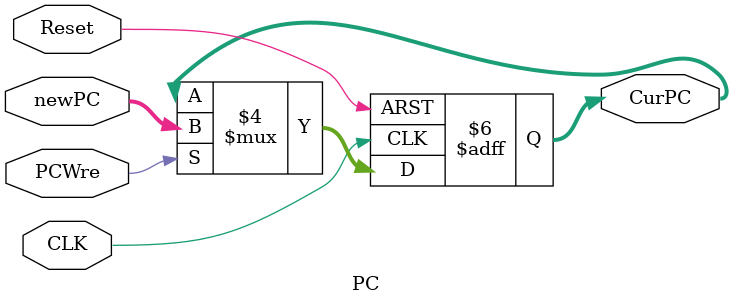
<source format=v>
`timescale 1ns / 1ps

module PC(
    input PCWre,
    input CLK,
    input Reset,
    input [31:0] newPC,
    output [31:0] CurPC
    );
	reg [31:0] CurPC;
    initial begin
        CurPC=0;
    end
    always@(posedge CLK or negedge Reset)begin
        if (Reset==1'b0) CurPC<=0;
        else if (PCWre) CurPC<=newPC;
    end
endmodule

</source>
